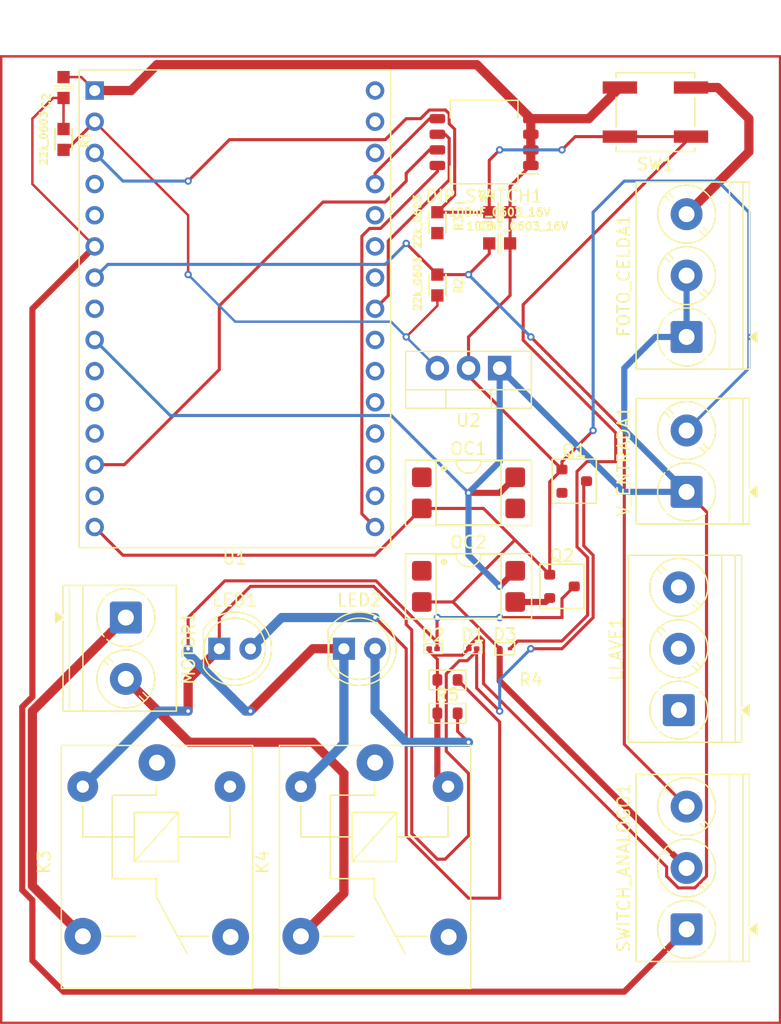
<source format=kicad_pcb>
(kicad_pcb (version 20241229) (generator "pcbnew") (generator_version "9.0")
  (layers (0 "F.Cu" signal) (2 "B.Cu" signal) (13 "F.Paste" user) (15 "B.Paste" user) (5 "F.SilkS" user "F.Silkscreen") (7 "B.SilkS" user "B.Silkscreen") (1 "F.Mask" user) (3 "B.Mask" user) (25 "Edge.Cuts" user))
  (net 0 "")
  (net 1 "GND")
  (net 2 "/BOARD/LSC")
  (net 3 "/BOARD/LSA")
  (net 4 "/BOARD/MICRO/RESET")
  (net 5 "/BOARD/12V")
  (net 6 "Net-(D1-A)")
  (net 7 "Net-(D2-A)")
  (net 8 "/BOARD/SW3")
  (net 9 "/BOARD/SW1")
  (net 10 "/BOARD/SW2")
  (net 11 "/BOARD/SW4")
  (net 12 "LINE")
  (net 14 "/BOARD/MOTOR_DERECHA")
  (net 15 "/BOARD/MOTOR_IZQUIERDA")
  (net 17 "Net-(LED1-A)")
  (net 18 "Net-(LED2-A)")
  (net 22 "/BOARD/MICRO/MOTOR_DERECHA")
  (net 23 "Net-(Q1-B)")
  (net 24 "/BOARD/MICRO/MOTOR_IZQUIERDA")
  (net 25 "Net-(Q2-B)")
  (net 26 "/BOARD/LS/5V")
  (net 27 "VDD")
  (footprint "TerminalBlock_Phoenix:TerminalBlock_Phoenix_PT-1,5-3-5.0-H_1x03_P5.00mm_Horizontal" (layer "F.Cu") (at 160.02 63.5 90)
    (property "Reference" "FOTO_CELDA1" (at 5 -5.12 90) (layer "F.SilkS"))
    (property "Value" "Screw_Terminal_01x03")
    (pad "1" thru_hole roundrect (at 0 0 90) (size 2.6 2.6) (drill 1.3) (layers "*.Cu" "*.Mask") (roundrect_rratio 0.096154) (net 5 "/BOARD/12V"))
    (pad "2" thru_hole circle (at 5 0 90) (size 2.6 2.6) (drill 1.3) (layers "*.Cu" "*.Mask") (net 5 "/BOARD/12V"))
    (pad "3" thru_hole circle (at 10 0 90) (size 2.6 2.6) (drill 1.3) (layers "*.Cu" "*.Mask") (net 1 "GND"))
  )
  (footprint "Relay_THT:Relay_SPDT_SANYOU_SRD_Series_Form_C" (layer "F.Cu") (at 116.84 98.18 -90)
    (property "Reference" "K3" (at 8.1 9.2 90) (layer "F.SilkS"))
    (property "Value" "SANYOU_SRD_Form_C")
    (pad "1" thru_hole circle (at 0 0) (size 3 3) (drill 1.3) (layers "*.Cu" "*.Mask") (net 12 "LINE"))
    (pad "2" thru_hole circle (at 1.95 6.05) (size 2.5 2.5) (drill 1) (layers "*.Cu" "*.Mask") (net 6 "Net-(D1-A)"))
    (pad "3" thru_hole circle (at 14.15 6.05) (size 3 3) (drill 1.3) (layers "*.Cu" "*.Mask") (net 14 "/BOARD/MOTOR_DERECHA"))
    (pad "4" thru_hole circle (at 14.2 -6) (size 3 3) (drill 1.3) (layers "*.Cu" "*.Mask"))
    (pad "5" thru_hole circle (at 1.95 -5.95) (size 2.5 2.5) (drill 1) (layers "*.Cu" "*.Mask") (net 5 "/BOARD/12V"))
  )
  (footprint "LED_THT:LED_D5.0mm" (layer "F.Cu") (at 132.08 88.9)
    (property "Reference" "LED2" (at 1.27 -3.96 0) (layer "F.SilkS"))
    (property "Value" "LED_0603_Red")
    (pad "1" thru_hole rect (at 0 0) (size 1.8 1.8) (drill 0.9) (layers "*.Cu" "*.Mask") (net 7 "Net-(D2-A)"))
    (pad "2" thru_hole circle (at 2.54 0) (size 1.8 1.8) (drill 0.9) (layers "*.Cu" "*.Mask") (net 18 "Net-(LED2-A)"))
  )
  (footprint "Button_Switch_SMD:SW_DIP_SPSTx04_Slide_KingTek_DSHP04TS_W7.62mm_P1.27mm" (layer "F.Cu") (at 143.51 47.625 180)
    (property "Reference" "DIP_SWITCH1" (at 0 -4.4 0) (layer "F.SilkS"))
    (property "Value" "SW_DIP_x04")
    (pad "1" smd roundrect (at -3.81 -1.905 180) (size 1.27 0.76) (layers "F.Cu" "F.Mask" "F.Paste") (net 1 "GND"))
    (pad "2" smd roundrect (at -3.81 -0.635 180) (size 1.27 0.76) (layers "F.Cu" "F.Mask" "F.Paste") (net 1 "GND"))
    (pad "3" smd roundrect (at -3.81 0.635 180) (size 1.27 0.76) (layers "F.Cu" "F.Mask" "F.Paste") (net 1 "GND"))
    (pad "4" smd roundrect (at -3.81 1.905 180) (size 1.27 0.76) (layers "F.Cu" "F.Mask" "F.Paste") (net 1 "GND"))
    (pad "5" smd roundrect (at 3.81 1.905 180) (size 1.27 0.76) (layers "F.Cu" "F.Mask" "F.Paste") (net 11 "/BOARD/SW4"))
    (pad "6" smd roundrect (at 3.81 0.635 180) (size 1.27 0.76) (layers "F.Cu" "F.Mask" "F.Paste") (net 8 "/BOARD/SW3"))
    (pad "7" smd roundrect (at 3.81 -0.635 180) (size 1.27 0.76) (layers "F.Cu" "F.Mask" "F.Paste") (net 10 "/BOARD/SW2"))
    (pad "8" smd roundrect (at 3.81 -1.905 180) (size 1.27 0.76) (layers "F.Cu" "F.Mask" "F.Paste") (net 9 "/BOARD/SW1"))
  )
  (footprint "LED_THT:LED_D5.0mm" (layer "F.Cu") (at 121.92 88.9)
    (property "Reference" "LED1" (at 1.27 -3.96 0) (layer "F.SilkS"))
    (property "Value" "LED_0603_Red")
    (pad "1" thru_hole rect (at 0 0) (size 1.8 1.8) (drill 0.9) (layers "*.Cu" "*.Mask") (net 6 "Net-(D1-A)"))
    (pad "2" thru_hole circle (at 2.54 0) (size 1.8 1.8) (drill 0.9) (layers "*.Cu" "*.Mask") (net 17 "Net-(LED1-A)"))
  )
  (footprint "TerminalBlock_Phoenix:TerminalBlock_Phoenix_PT-1,5-3-5.0-H_1x03_P5.00mm_Horizontal" (layer "F.Cu") (at 160.02 111.76 90)
    (property "Reference" "SWITCH_ANALOGO1" (at 5 -5.12 90) (layer "F.SilkS"))
    (property "Value" "Screw_Terminal_01x03")
    (pad "1" thru_hole roundrect (at 0 0 90) (size 2.6 2.6) (drill 1.3) (layers "*.Cu" "*.Mask") (roundrect_rratio 0.096154) (net 2 "/BOARD/LSC"))
    (pad "2" thru_hole circle (at 5 0 90) (size 2.6 2.6) (drill 1.3) (layers "*.Cu" "*.Mask") (net 1 "GND"))
    (pad "3" thru_hole circle (at 10 0 90) (size 2.6 2.6) (drill 1.3) (layers "*.Cu" "*.Mask") (net 3 "/BOARD/LSA"))
  )
  (footprint "PCM_Diode_SMD_AKL:D_0201_0603Metric_TVS" (layer "F.Cu") (at 139.355 88.9)
    (property "Reference" "D2" (at 0 -1.1176 0) (layer "F.SilkS"))
    (property "Value" "1N914BWS" (hide yes))
    (pad "1" smd roundrect (at -0.32 0) (size 0.46 0.4) (layers "F.Cu" "F.Mask") (net 5 "/BOARD/12V"))
    (pad "2" smd roundrect (at 0.32 0) (size 0.46 0.4) (layers "F.Cu" "F.Mask") (net 7 "Net-(D2-A)"))
  )
  (footprint "PCM_Diode_SMD_AKL:D_SOD-923_TVS" (layer "F.Cu") (at 145.2 88.9)
    (property "Reference" "D3" (at 0 -1.143 0) (layer "F.SilkS"))
    (property "Value" "ESD9B3.3" (hide yes))
    (pad "1" smd roundrect (at -0.42 0 180) (size 0.36 0.25) (layers "F.Cu" "F.Mask" "F.Paste") (net 1 "GND"))
    (pad "2" smd roundrect (at 0.42 0 180) (size 0.36 0.25) (layers "F.Cu" "F.Mask" "F.Paste") (net 4 "/BOARD/MICRO/RESET"))
  )
  (footprint "TerminalBlock_Phoenix:TerminalBlock_Phoenix_PT-1,5-3-5.0-H_1x03_P5.00mm_Horizontal" (layer "F.Cu") (at 159.3875 93.9 90)
    (property "Reference" "LLAVE1" (at 5 -5.12 90) (layer "F.SilkS"))
    (property "Value" "Screw_Terminal_01x03")
    (pad "1" thru_hole roundrect (at 0 0 90) (size 2.6 2.6) (drill 1.3) (layers "*.Cu" "*.Mask") (roundrect_rratio 0.096154))
    (pad "2" thru_hole circle (at 5 0 90) (size 2.6 2.6) (drill 1.3) (layers "*.Cu" "*.Mask"))
    (pad "3" thru_hole circle (at 10 0 90) (size 2.6 2.6) (drill 1.3) (layers "*.Cu" "*.Mask"))
  )
  (footprint "PCM_Resistor_SMD_AKL:R_0603_1608Metric" (layer "F.Cu") (at 140.525 94.16)
    (property "Reference" "R5" (at 0 -1.5 0) (layer "F.SilkS"))
    (property "Value" "2k" (hide yes))
    (pad "1" smd roundrect (at -0.825 0) (size 0.8 0.95) (layers "F.Cu" "F.Mask" "F.Paste") (net 5 "/BOARD/12V"))
    (pad "2" smd roundrect (at 0.825 0) (size 0.8 0.95) (layers "F.Cu" "F.Mask" "F.Paste") (net 18 "Net-(LED2-A)"))
  )
  (footprint "PCM_Package_TO_SOT_THT_AKL:TO-220-3_Vertical" (layer "F.Cu") (at 144.78 66.04 180)
    (property "Reference" "U2" (at 2.54 -4.27 0) (layer "F.SilkS"))
    (property "Value" "LM7805CT" (hide yes))
    (pad "1" thru_hole rect (at 0 0 180) (size 1.905 2) (drill 1.1) (layers "*.Cu" "*.Mask") (net 5 "/BOARD/12V"))
    (pad "2" thru_hole oval (at 2.54 0 180) (size 1.905 2) (drill 1.1) (layers "*.Cu" "*.Mask") (net 1 "GND"))
    (pad "3" thru_hole oval (at 5.08 0 180) (size 1.905 2) (drill 1.1) (layers "*.Cu" "*.Mask") (net 26 "/BOARD/LS/5V"))
  )
  (footprint "Relay_THT:Relay_SPDT_SANYOU_SRD_Series_Form_C" (layer "F.Cu") (at 134.62 98.18 -90)
    (property "Reference" "K4" (at 8.1 9.2 90) (layer "F.SilkS"))
    (property "Value" "SANYOU_SRD_Form_C")
    (pad "1" thru_hole circle (at 0 0) (size 3 3) (drill 1.3) (layers "*.Cu" "*.Mask") (net 12 "LINE"))
    (pad "2" thru_hole circle (at 1.95 6.05) (size 2.5 2.5) (drill 1) (layers "*.Cu" "*.Mask") (net 7 "Net-(D2-A)"))
    (pad "3" thru_hole circle (at 14.15 6.05) (size 3 3) (drill 1.3) (layers "*.Cu" "*.Mask") (net 15 "/BOARD/MOTOR_IZQUIERDA"))
    (pad "4" thru_hole circle (at 14.2 -6) (size 3 3) (drill 1.3) (layers "*.Cu" "*.Mask"))
    (pad "5" thru_hole circle (at 1.95 -5.95) (size 2.5 2.5) (drill 1) (layers "*.Cu" "*.Mask") (net 5 "/BOARD/12V"))
  )
  (footprint "PCM_4ms_Capacitor:C_0603" (layer "F.Cu") (at 144.78 53.34)
    (property "Reference" "C4" (at -1.11 -1.4 0) (layer "F.SilkS") (effects (font (size 0.65 0.65))))
    (property "Value" "100nF_0603_16V" (at 0 0 0) (layer "F.SilkS") (effects (font (size 0.65 0.65))))
    (pad "1" smd rect (at -0.85 0) (size 1 1) (layers "F.Cu" "F.Mask" "F.Paste") (net 4 "/BOARD/MICRO/RESET"))
    (pad "2" smd rect (at 0.85 0) (size 1 1) (layers "F.Cu" "F.Mask" "F.Paste") (net 1 "GND"))
  )
  (footprint "PCM_Package_DIP_AKL:DIP-4_W7.62mm_SMDSocket_SmallPads" (layer "F.Cu") (at 142.24 83.82)
    (property "Reference" "OC2" (at 0 -3.6 0) (layer "F.SilkS"))
    (property "Value" "PC817" (hide yes))
    (pad "1" smd roundrect (at -3.81 -1.27) (size 1.6 1.6) (layers "F.Cu" "F.Mask" "F.Paste") (roundrect_rratio 0.15625) (net 24 "/BOARD/MICRO/MOTOR_IZQUIERDA"))
    (pad "2" smd roundrect (at -3.81 1.27) (size 1.6 1.6) (layers "F.Cu" "F.Mask" "F.Paste") (roundrect_rratio 0.15625) (net 1 "GND"))
    (pad "3" smd roundrect (at 3.81 1.27) (size 1.6 1.6) (layers "F.Cu" "F.Mask" "F.Paste") (roundrect_rratio 0.15625) (net 25 "Net-(Q2-B)"))
    (pad "4" smd roundrect (at 3.81 -1.27) (size 1.6 1.6) (layers "F.Cu" "F.Mask" "F.Paste") (roundrect_rratio 0.15625) (net 5 "/BOARD/12V"))
  )
  (footprint "PCM_Resistor_SMD_AKL:R_0603_1608Metric" (layer "F.Cu") (at 140.525 91.44)
    (property "Reference" "R4" (at 6.795 0 0) (layer "F.SilkS"))
    (property "Value" "2k" (hide yes))
    (pad "1" smd roundrect (at -0.825 0) (size 0.8 0.95) (layers "F.Cu" "F.Mask" "F.Paste") (net 5 "/BOARD/12V"))
    (pad "2" smd roundrect (at 0.825 0) (size 0.8 0.95) (layers "F.Cu" "F.Mask" "F.Paste") (net 17 "Net-(LED1-A)"))
  )
  (footprint "PCM_Package_TO_SOT_SMD_AKL:SOT-23" (layer "F.Cu") (at 150.86 75.25)
    (property "Reference" "Q1" (at 0 -2.5 0) (layer "F.SilkS"))
    (property "Value" "2N2219" (hide yes))
    (pad "1" smd roundrect (at -1 -0.95) (size 0.9 0.8) (layers "F.Cu" "F.Mask" "F.Paste") (net 1 "GND"))
    (pad "2" smd roundrect (at -1 0.95) (size 0.9 0.8) (layers "F.Cu" "F.Mask" "F.Paste") (net 23 "Net-(Q1-B)"))
    (pad "3" smd roundrect (at 1 0) (size 0.9 0.8) (layers "F.Cu" "F.Mask" "F.Paste") (net 6 "Net-(D1-A)"))
  )
  (footprint "TerminalBlock_Phoenix:TerminalBlock_Phoenix_PT-1,5-2-5.0-H_1x02_P5.00mm_Horizontal" (layer "F.Cu") (at 114.3 86.36 -90)
    (property "Reference" "MOTOR1" (at 2.5 -5.12 90) (layer "F.SilkS"))
    (property "Value" "-")
    (pad "1" thru_hole roundrect (at 0 0 270) (size 2.6 2.6) (drill 1.3) (layers "*.Cu" "*.Mask") (roundrect_rratio 0.096154) (net 14 "/BOARD/MOTOR_DERECHA"))
    (pad "2" thru_hole circle (at 5 0 270) (size 2.6 2.6) (drill 1.3) (layers "*.Cu" "*.Mask") (net 15 "/BOARD/MOTOR_IZQUIERDA"))
  )
  (footprint "PCM_Package_DIP_AKL:DIP-4_W7.62mm_SMDSocket_SmallPads" (layer "F.Cu") (at 142.24 76.2)
    (property "Reference" "OC1" (at 0 -3.6 0) (layer "F.SilkS"))
    (property "Value" "PC817" (hide yes))
    (pad "1" smd roundrect (at -3.81 -1.27) (size 1.6 1.6) (layers "F.Cu" "F.Mask" "F.Paste") (roundrect_rratio 0.15625) (net 22 "/BOARD/MICRO/MOTOR_DERECHA"))
    (pad "2" smd roundrect (at -3.81 1.27) (size 1.6 1.6) (layers "F.Cu" "F.Mask" "F.Paste") (roundrect_rratio 0.15625) (net 1 "GND"))
    (pad "3" smd roundrect (at 3.81 1.27) (size 1.6 1.6) (layers "F.Cu" "F.Mask" "F.Paste") (roundrect_rratio 0.15625) (net 23 "Net-(Q1-B)"))
    (pad "4" smd roundrect (at 3.81 -1.27) (size 1.6 1.6) (layers "F.Cu" "F.Mask" "F.Paste") (roundrect_rratio 0.15625) (net 5 "/BOARD/12V"))
  )
  (footprint "PCM_4ms_Resistor:R_0603" (layer "F.Cu") (at 139.7 54.19 90)
    (property "Reference" "R3" (at -0.04 1.74 90) (layer "F.SilkS") (effects (font (size 0.65 0.65))))
    (property "Value" "22k_0603" (at 0.09 -1.61 90) (layer "F.SilkS") (effects (font (size 0.6 0.6))))
    (pad "1" smd rect (at -0.85 0 90) (size 1 1) (layers "F.Cu" "F.Mask" "F.Paste") (net 27 "VDD"))
    (pad "2" smd rect (at 0.85 0 90) (size 1 1) (layers "F.Cu" "F.Mask" "F.Paste") (net 4 "/BOARD/MICRO/RESET"))
  )
  (footprint "PCM_Diode_SMD_AKL:D_0201_0603Metric_TVS" (layer "F.Cu") (at 142.585 88.9)
    (property "Reference" "D1" (at 0 -1.1176 0) (layer "F.SilkS"))
    (property "Value" "1N914BWS" (hide yes))
    (pad "1" smd roundrect (at -0.32 0) (size 0.46 0.4) (layers "F.Cu" "F.Mask") (net 5 "/BOARD/12V"))
    (pad "2" smd roundrect (at 0.32 0) (size 0.46 0.4) (layers "F.Cu" "F.Mask") (net 6 "Net-(D1-A)"))
  )
  (footprint "PCM_4ms_Capacitor:C_0603" (layer "F.Cu") (at 109.22 43.18 90)
    (property "Reference" "C2" (at -1.11 -1.4 90) (layer "F.SilkS") (effects (font (size 0.65 0.65))))
    (property "Value" "100nF_0603_16V" (hide yes))
    (pad "1" smd rect (at -0.85 0 90) (size 1 1) (layers "F.Cu" "F.Mask" "F.Paste") (net 2 "/BOARD/LSC"))
    (pad "2" smd rect (at 0.85 0 90) (size 1 1) (layers "F.Cu" "F.Mask" "F.Paste") (net 1 "GND"))
  )
  (footprint "PCM_4ms_Resistor:R_0603" (layer "F.Cu") (at 139.7 59.27 90)
    (property "Reference" "R2" (at -0.04 1.74 90) (layer "F.SilkS") (effects (font (size 0.65 0.65))))
    (property "Value" "22k_0603" (at 0.09 -1.61 90) (layer "F.SilkS") (effects (font (size 0.6 0.6))))
    (pad "1" smd rect (at -0.85 0 90) (size 1 1) (layers "F.Cu" "F.Mask" "F.Paste") (net 26 "/BOARD/LS/5V"))
    (pad "2" smd rect (at 0.85 0 90) (size 1 1) (layers "F.Cu" "F.Mask" "F.Paste") (net 3 "/BOARD/LSA"))
  )
  (footprint "RF_Module:ESP32-C3-DevKitM-1" (layer "F.Cu") (at 111.76 43.425)
    (property "Reference" "U1" (at 11.43 38.1 0) (layer "F.SilkS"))
    (property "Value" "ESP32-WROOM-32D")
    (pad "1" thru_hole rect (at 0 0) (size 1.5 1.5) (drill 0.9) (layers "*.Cu" "*.Mask") (net 1 "GND"))
    (pad "2" thru_hole circle (at 0 2.54) (size 1.5 1.5) (drill 0.9) (layers "*.Cu" "*.Mask") (net 26 "/BOARD/LS/5V"))
    (pad "3" thru_hole circle (at 0 5.08) (size 1.5 1.5) (drill 0.9) (layers "*.Cu" "*.Mask") (net 4 "/BOARD/MICRO/RESET"))
    (pad "4" thru_hole circle (at 0 7.62) (size 1.5 1.5) (drill 0.9) (layers "*.Cu" "*.Mask"))
    (pad "5" thru_hole circle (at 0 10.16) (size 1.5 1.5) (drill 0.9) (layers "*.Cu" "*.Mask"))
    (pad "6" thru_hole circle (at 0 12.7) (size 1.5 1.5) (drill 0.9) (layers "*.Cu" "*.Mask") (net 2 "/BOARD/LSC"))
    (pad "7" thru_hole circle (at 0 15.24) (size 1.5 1.5) (drill 0.9) (layers "*.Cu" "*.Mask") (net 3 "/BOARD/LSA"))
    (pad "8" thru_hole circle (at 0 17.78) (size 1.5 1.5) (drill 0.9) (layers "*.Cu" "*.Mask"))
    (pad "9" thru_hole circle (at 0 20.32) (size 1.5 1.5) (drill 0.9) (layers "*.Cu" "*.Mask") (net 5 "/BOARD/12V"))
    (pad "10" thru_hole circle (at 0 22.86) (size 1.5 1.5) (drill 0.9) (layers "*.Cu" "*.Mask"))
    (pad "11" thru_hole circle (at 0 25.4) (size 1.5 1.5) (drill 0.9) (layers "*.Cu" "*.Mask"))
    (pad "12" thru_hole circle (at 0 27.94) (size 1.5 1.5) (drill 0.9) (layers "*.Cu" "*.Mask"))
    (pad "13" thru_hole circle (at 0 30.48) (size 1.5 1.5) (drill 0.9) (layers "*.Cu" "*.Mask") (net 10 "/BOARD/SW2"))
    (pad "14" thru_hole circle (at 0 33.02) (size 1.5 1.5) (drill 0.9) (layers "*.Cu" "*.Mask"))
    (pad "15" thru_hole circle (at 0 35.56) (size 1.5 1.5) (drill 0.9) (layers "*.Cu" "*.Mask") (net 1 "GND"))
    (pad "16" thru_hole circle (at 22.86 35.56) (size 1.5 1.5) (drill 0.9) (layers "*.Cu" "*.Mask") (net 9 "/BOARD/SW1"))
    (pad "17" thru_hole circle (at 22.86 33.02) (size 1.5 1.5) (drill 0.9) (layers "*.Cu" "*.Mask"))
    (pad "18" thru_hole circle (at 22.86 30.48) (size 1.5 1.5) (drill 0.9) (layers "*.Cu" "*.Mask"))
    (pad "19" thru_hole circle (at 22.86 27.94) (size 1.5 1.5) (drill 0.9) (layers "*.Cu" "*.Mask"))
    (pad "20" thru_hole circle (at 22.86 25.4) (size 1.5 1.5) (drill 0.9) (layers "*.Cu" "*.Mask"))
    (pad "21" thru_hole circle (at 22.86 22.86) (size 1.5 1.5) (drill 0.9) (layers "*.Cu" "*.Mask"))
    (pad "22" thru_hole circle (at 22.86 20.32) (size 1.5 1.5) (drill 0.9) (layers "*.Cu" "*.Mask"))
    (pad "23" thru_hole circle (at 22.86 17.78) (size 1.5 1.5) (drill 0.9) (layers "*.Cu" "*.Mask") (net 8 "/BOARD/SW3"))
    (pad "24" thru_hole circle (at 22.86 15.24) (size 1.5 1.5) (drill 0.9) (layers "*.Cu" "*.Mask") (net 24 "/BOARD/MICRO/MOTOR_IZQUIERDA"))
    (pad "25" thru_hole circle (at 22.86 12.7) (size 1.5 1.5) (drill 0.9) (layers "*.Cu" "*.Mask"))
    (pad "26" thru_hole circle (at 22.86 10.16) (size 1.5 1.5) (drill 0.9) (layers "*.Cu" "*.Mask"))
    (pad "27" thru_hole circle (at 22.86 7.62) (size 1.5 1.5) (drill 0.9) (layers "*.Cu" "*.Mask") (net 11 "/BOARD/SW4"))
    (pad "28" thru_hole circle (at 22.86 5.08) (size 1.5 1.5) (drill 0.9) (layers "*.Cu" "*.Mask"))
    (pad "29" thru_hole circle (at 22.86 2.54) (size 1.5 1.5) (drill 0.9) (layers "*.Cu" "*.Mask"))
    (pad "30" thru_hole circle (at 22.86 0) (size 1.5 1.5) (drill 0.9) (layers "*.Cu" "*.Mask"))
  )
  (footprint "PCM_4ms_Resistor:R_0603" (layer "F.Cu") (at 109.22 47.41 90)
    (property "Reference" "R1" (at -0.04 1.74 90) (layer "F.SilkS") (effects (font (size 0.65 0.65))))
    (property "Value" "22k_0603" (at 0.09 -1.61 90) (layer "F.SilkS") (effects (font (size 0.6 0.6))))
    (pad "1" smd rect (at -0.85 0 90) (size 1 1) (layers "F.Cu" "F.Mask" "F.Paste") (net 26 "/BOARD/LS/5V"))
    (pad "2" smd rect (at 0.85 0 90) (size 1 1) (layers "F.Cu" "F.Mask" "F.Paste") (net 2 "/BOARD/LSC"))
  )
  (footprint "Button_Switch_SMD:SW_Push_1P1T_NO_CK_KSC7xxJ" (layer "F.Cu") (at 157.48 45.18)
    (property "Reference" "SW1" (at 0 4.24 0) (layer "F.SilkS"))
    (property "Value" "SW_Push")
    (pad "1" smd rect (at -2.9 -2) (size 2.8 1) (layers "F.Cu" "F.Mask" "F.Paste") (net 1 "GND"))
    (pad "1" smd rect (at 2.9 -2) (size 2.8 1) (layers "F.Cu" "F.Mask" "F.Paste") (net 1 "GND"))
    (pad "2" smd rect (at -2.9 2) (size 2.8 1) (layers "F.Cu" "F.Mask" "F.Paste") (net 4 "/BOARD/MICRO/RESET"))
    (pad "2" smd rect (at 2.9 2) (size 2.8 1) (layers "F.Cu" "F.Mask" "F.Paste") (net 4 "/BOARD/MICRO/RESET"))
  )
  (footprint "TerminalBlock_Phoenix:TerminalBlock_Phoenix_PT-1,5-2-5.0-H_1x02_P5.00mm_Horizontal" (layer "F.Cu") (at 160.02 76.12 90)
    (property "Reference" "V_ENTRADA1" (at 2.5 -5.12 90) (layer "F.SilkS"))
    (property "Value" "12V")
    (pad "1" thru_hole roundrect (at 0 0 90) (size 2.6 2.6) (drill 1.3) (layers "*.Cu" "*.Mask") (roundrect_rratio 0.096154) (net 5 "/BOARD/12V"))
    (pad "2" thru_hole circle (at 5 0 90) (size 2.6 2.6) (drill 1.3) (layers "*.Cu" "*.Mask") (net 1 "GND"))
  )
  (footprint "PCM_Package_TO_SOT_SMD_AKL:SOT-23" (layer "F.Cu") (at 149.86 83.82)
    (property "Reference" "Q2" (at 0 -2.5 0) (layer "F.SilkS"))
    (property "Value" "2N2219" (hide yes))
    (pad "1" smd roundrect (at -1 -0.95) (size 0.9 0.8) (layers "F.Cu" "F.Mask" "F.Paste") (net 1 "GND"))
    (pad "2" smd roundrect (at -1 0.95) (size 0.9 0.8) (layers "F.Cu" "F.Mask" "F.Paste") (net 25 "Net-(Q2-B)"))
    (pad "3" smd roundrect (at 1 0) (size 0.9 0.8) (layers "F.Cu" "F.Mask" "F.Paste") (net 7 "Net-(D2-A)"))
  )
  (footprint "PCM_4ms_Capacitor:C_0603" (layer "F.Cu") (at 144.78 55.88)
    (property "Reference" "C3" (at -1.11 -1.4 0) (layer "F.SilkS") (effects (font (size 0.65 0.65))))
    (property "Value" "100nF_0603_16V" (at 1.44 -1.4 0) (layer "F.SilkS") (effects (font (size 0.65 0.65))))
    (pad "1" smd rect (at -0.85 0) (size 1 1) (layers "F.Cu" "F.Mask" "F.Paste") (net 3 "/BOARD/LSA"))
    (pad "2" smd rect (at 0.85 0) (size 1 1) (layers "F.Cu" "F.Mask" "F.Paste") (net 1 "GND"))
  )
  (gr_rect (start 104.14 40.64) (end 167.64 119.38) (stroke (width 0.2)) (fill no) (layer "F.Cu") (net 14))
  (segment (start 147.32 48.26) (end 147.32 49.53) (width 0.75) (layer "F.Cu") (net 1))
  (segment (start 142.24 66.04) (end 142.24 66.68) (width 0.25) (layer "F.Cu") (net 1))
  (segment (start 149.86 73.66) (end 149.86 74.3) (width 0.25) (layer "F.Cu") (net 1))
  (segment (start 147.32 46.99) (end 147.32 48.26) (width 0.75) (layer "F.Cu") (net 1))
  (segment (start 140.97 85.09) (end 142.24 86.36) (width 0.25) (layer "F.Cu") (net 1))
  (segment (start 144.78 91.52) (end 144.78 88.9) (width 0.5) (layer "F.Cu") (net 1))
  (segment (start 109.22 42.33) (end 110.665 42.33) (width 0.2) (layer "F.Cu") (net 1))
  (segment (start 160.02 106.76) (end 144.78 91.52) (width 0.5) (layer "F.Cu") (net 1))
  (segment (start 162.56 43.18) (end 165.1 45.72) (width 0.75) (layer "F.Cu") (net 1))
  (segment (start 146.025 80.035) (end 143.46 77.47) (width 0.25) (layer "F.Cu") (net 1))
  (segment (start 152.04 45.72) (end 154.58 43.18) (width 0.75) (layer "F.Cu") (net 1))
  (segment (start 140.97 85.09) (end 146.025 80.035) (width 0.25) (layer "F.Cu") (net 1))
  (segment (start 148.86 82.87) (end 146.025 80.035) (width 0.25) (layer "F.Cu") (net 1))
  (segment (start 147.32 45.72) (end 147.32 46.99) (width 0.75) (layer "F.Cu") (net 1))
  (segment (start 148.86 75.3) (end 148.86 82.87) (width 0.25) (layer "F.Cu") (net 1))
  (segment (start 142.916 41.316) (end 116.84 41.316) (width 0.75) (layer "F.Cu") (net 1))
  (segment (start 165.1 45.72) (end 165.1 48.42) (width 0.75) (layer "F.Cu") (net 1))
  (segment (start 142.24 86.36) (end 144.78 88.9) (width 0.25) (layer "F.Cu") (net 1))
  (segment (start 145.63 55.88) (end 145.63 60.11) (width 0.25) (layer "F.Cu") (net 1))
  (segment (start 143.46 77.47) (end 138.43 77.47) (width 0.25) (layer "F.Cu") (net 1))
  (segment (start 134.62 81.28) (end 114.055 81.28) (width 0.25) (layer "F.Cu") (net 1))
  (segment (start 145.63 53.34) (end 145.63 51.22) (width 0.25) (layer "F.Cu") (net 1))
  (segment (start 116.84 41.316) (end 114.731 43.425) (width 0.75) (layer "F.Cu") (net 1))
  (segment (start 138.43 85.09) (end 140.97 85.09) (width 0.25) (layer "F.Cu") (net 1))
  (segment (start 138.43 77.47) (end 134.62 81.28) (width 0.25) (layer "F.Cu") (net 1))
  (segment (start 160.38 43.18) (end 162.56 43.18) (width 0.75) (layer "F.Cu") (net 1))
  (segment (start 147.32 45.72) (end 142.916 41.316) (width 0.75) (layer "F.Cu") (net 1))
  (segment (start 110.665 42.33) (end 111.76 43.425) (width 0.2) (layer "F.Cu") (net 1))
  (segment (start 149.86 74.3) (end 148.86 75.3) (width 0.25) (layer "F.Cu") (net 1))
  (segment (start 114.731 43.425) (end 111.76 43.425) (width 0.75) (layer "F.Cu") (net 1))
  (segment (start 145.63 51.22) (end 147.32 49.53) (width 0.25) (layer "F.Cu") (net 1))
  (segment (start 142.24 66.68) (end 149.86 74.3) (width 0.25) (layer "F.Cu") (net 1))
  (segment (start 152.4 71.12) (end 149.86 73.66) (width 0.25) (layer "F.Cu") (net 1))
  (segment (start 114.055 81.28) (end 111.76 78.985) (width 0.25) (layer "F.Cu") (net 1))
  (segment (start 147.32 45.72) (end 152.04 45.72) (width 0.75) (layer "F.Cu") (net 1))
  (segment (start 145.63 55.88) (end 145.63 53.34) (width 0.25) (layer "F.Cu") (net 1))
  (segment (start 145.63 60.11) (end 142.24 63.5) (width 0.25) (layer "F.Cu") (net 1))
  (segment (start 142.24 63.5) (end 142.24 66.04) (width 0.25) (layer "F.Cu") (net 1))
  (segment (start 165.1 48.42) (end 160.02 53.5) (width 0.75) (layer "F.Cu") (net 1))
  (via (at 152.4 71.12) (size 0.6) (drill 0.3) (layers "F.Cu" "B.Cu") (net 1))
  (segment (start 160.02 71.12) (end 165.1 66.04) (width 0.25) (layer "B.Cu") (net 1))
  (segment (start 152.4 53.34) (end 152.4 71.12) (width 0.25) (layer "B.Cu") (net 1))
  (segment (start 165.1 66.04) (end 165.1 53.34) (width 0.25) (layer "B.Cu") (net 1))
  (segment (start 154.94 50.8) (end 152.4 53.34) (width 0.25) (layer "B.Cu") (net 1))
  (segment (start 165.1 53.34) (end 162.56 50.8) (width 0.25) (layer "B.Cu") (net 1))
  (segment (start 162.56 50.8) (end 154.94 50.8) (width 0.25) (layer "B.Cu") (net 1))
  (segment (start 154.94 116.84) (end 109.22 116.84) (width 0.5) (layer "F.Cu") (net 2))
  (segment (start 106.68 114.3) (end 106.68 109.38814) (width 0.5) (layer "F.Cu") (net 2))
  (segment (start 111.76 56.125) (end 106.68 51.045) (width 0.2) (layer "F.Cu") (net 2))
  (segment (start 105.854 93.63786) (end 106.68 92.81186) (width 0.5) (layer "F.Cu") (net 2))
  (segment (start 106.68 61.205) (end 111.76 56.125) (width 0.5) (layer "F.Cu") (net 2))
  (segment (start 108.37 44.03) (end 109.22 44.03) (width 0.2) (layer "F.Cu") (net 2))
  (segment (start 106.68 45.72) (end 108.37 44.03) (width 0.2) (layer "F.Cu") (net 2))
  (segment (start 109.22 46.56) (end 109.22 44.03) (width 0.2) (layer "F.Cu") (net 2))
  (segment (start 106.68 109.38814) (end 105.854 108.56214) (width 0.5) (layer "F.Cu") (net 2))
  (segment (start 105.854 108.56214) (end 105.854 93.63786) (width 0.5) (layer "F.Cu") (net 2))
  (segment (start 109.22 116.84) (end 106.68 114.3) (width 0.5) (layer "F.Cu") (net 2))
  (segment (start 160.02 111.76) (end 154.94 116.84) (width 0.5) (layer "F.Cu") (net 2))
  (segment (start 106.68 51.045) (end 106.68 45.72) (width 0.2) (layer "F.Cu") (net 2))
  (segment (start 106.68 92.81186) (end 106.68 61.205) (width 0.5) (layer "F.Cu") (net 2))
  (segment (start 139.7 58.42) (end 137.16 55.88) (width 0.25) (layer "F.Cu") (net 3))
  (segment (start 154.94 71.12) (end 147.32 63.5) (width 0.25) (layer "F.Cu") (net 3))
  (segment (start 154.94 96.68) (end 154.94 73.66) (width 0.25) (layer "F.Cu") (net 3))
  (segment (start 160.02 101.76) (end 154.94 96.68) (width 0.25) (layer "F.Cu") (net 3))
  (segment (start 139.7 58.42) (end 142.24 58.42) (width 0.25) (layer "F.Cu") (net 3))
  (segment (start 143.93 56.73) (end 142.24 58.42) (width 0.25) (layer "F.Cu") (net 3))
  (segment (start 143.93 55.88) (end 143.93 56.73) (width 0.25) (layer "F.Cu") (net 3))
  (segment (start 154.94 73.66) (end 154.94 71.12) (width 0.25) (layer "F.Cu") (net 3))
  (via (at 137.16 55.88) (size 0.6) (drill 0.3) (layers "F.Cu" "B.Cu") (net 3))
  (via (at 147.32 63.5) (size 0.6) (drill 0.3) (layers "F.Cu" "B.Cu") (net 3))
  (via (at 142.24 58.42) (size 0.6) (drill 0.3) (layers "F.Cu" "B.Cu") (net 3))
  (segment (start 112.836 57.589) (end 135.451 57.589) (width 0.25) (layer "B.Cu") (net 3))
  (segment (start 142.24 58.42) (end 147.32 63.5) (width 0.25) (layer "B.Cu") (net 3))
  (segment (start 135.451 57.589) (end 137.16 55.88) (width 0.25) (layer "B.Cu") (net 3))
  (segment (start 111.76 58.665) (end 112.836 57.589) (width 0.25) (layer "B.Cu") (net 3))
  (segment (start 146.246 88.274) (end 149.84819 88.274) (width 0.25) (layer "F.Cu") (net 4))
  (segment (start 151.949 81.46681) (end 151.084 80.60181) (width 0.25) (layer "F.Cu") (net 4))
  (segment (start 140.363998 45.014) (end 140.661 45.311002) (width 0.25) (layer "F.Cu") (net 4))
  (segment (start 138.330002 45.72) (end 139.036002 45.014) (width 0.25) (layer "F.Cu") (net 4))
  (segment (start 149.84819 88.274) (end 151.949 86.17319) (width 0.25) (layer "F.Cu") (net 4))
  (segment (start 154.241512 71.30681) (end 146.694 63.759298) (width 0.25) (layer "F.Cu") (net 4))
  (segment (start 135.451 47.429) (end 137.16 45.72) (width 0.25) (layer "F.Cu") (net 4))
  (segment (start 140.661 46.128998) (end 141.112 46.579998) (width 0.25) (layer "F.Cu") (net 4))
  (segment (start 151.084 74.464322) (end 151.888322 73.66) (width 0.25) (layer "F.Cu") (net 4))
  (segment (start 143.93 49.11) (end 144.78 48.26) (width 0.25) (layer "F.Cu") (net 4))
  (segment (start 151.949 86.17319) (end 151.949 81.46681) (width 0.25) (layer "F.Cu") (net 4))
  (segment (start 139.7 53.34) (end 143.93 53.34) (width 0.25) (layer "F.Cu") (net 4))
  (segment (start 145.62 88.9) (end 146.246 88.274) (width 0.25) (layer "F.Cu") (net 4))
  (segment (start 154.58 47.18) (end 160.38 47.18) (width 0.25) (layer "F.Cu") (net 4))
  (segment (start 141.112 46.579998) (end 141.112 51.928) (width 0.25) (layer "F.Cu") (net 4))
  (segment (start 150.94 47.18) (end 149.86 48.26) (width 0.25) (layer "F.Cu") (net 4))
  (segment (start 154.241512 73.66) (end 154.241512 71.30681) (width 0.25) (layer "F.Cu") (net 4))
  (segment (start 122.751 47.429) (end 135.451 47.429) (width 0.25) (layer "F.Cu") (net 4))
  (segment (start 143.93 53.34) (end 143.93 49.11) (width 0.25) (layer "F.Cu") (net 4))
  (segment (start 119.38 50.8) (end 122.751 47.429) (width 0.25) (layer "F.Cu") (net 4))
  (segment (start 150.94 47.18) (end 154.58 47.18) (width 0.25) (layer "F.Cu") (net 4))
  (segment (start 137.16 45.72) (end 138.330002 45.72) (width 0.25) (layer "F.Cu") (net 4))
  (segment (start 146.694 60.866) (end 160.38 47.18) (width 0.25) (layer "F.Cu") (net 4))
  (segment (start 151.084 80.60181) (end 151.084 74.464322) (width 0.25) (layer "F.Cu") (net 4))
  (segment (start 151.888322 73.66) (end 154.241512 73.66) (width 0.25) (layer "F.Cu") (net 4))
  (segment (start 141.112 51.928) (end 139.7 53.34) (width 0.25) (layer "F.Cu") (net 4))
  (segment (start 140.661 45.311002) (end 140.661 46.128998) (width 0.25) (layer "F.Cu") (net 4))
  (segment (start 146.694 63.759298) (end 146.694 60.866) (width 0.25) (layer "F.Cu") (net 4))
  (segment (start 139.036002 45.014) (end 140.363998 45.014) (width 0.25) (layer "F.Cu") (net 4))
  (via (at 144.78 48.26) (size 0.6) (drill 0.3) (layers "F.Cu" "B.Cu") (net 4))
  (via (at 119.38 50.8) (size 0.6) (drill 0.3) (layers "F.Cu" "B.Cu") (net 4))
  (via (at 149.86 48.26) (size 0.6) (drill 0.3) (layers "F.Cu" "B.Cu") (net 4))
  (segment (start 149.86 48.26) (end 144.78 48.26) (width 0.25) (layer "B.Cu") (net 4))
  (segment (start 111.76 48.505) (end 114.055 50.8) (width 0.25) (layer "B.Cu") (net 4))
  (segment (start 114.055 50.8) (end 119.38 50.8) (width 0.25) (layer "B.Cu") (net 4))
  (segment (start 143.461 88.21881) (end 143.461 91.746998) (width 0.25) (layer "F.Cu") (net 5))
  (segment (start 159.346488 108.386) (end 160.693512 108.386) (width 0.25) (layer "F.Cu") (net 5))
  (segment (start 142.24 76.2) (end 144.78 76.2) (width 0.5) (layer "F.Cu") (net 5))
  (segment (start 142.265 88.700001) (end 143.016096 87.948905) (width 0.25) (layer "F.Cu") (net 5))
  (segment (start 144.78 83.82) (end 146.05 82.55) (width 0.5) (layer "F.Cu") (net 5))
  (segment (start 143.461 91.746998) (end 158.394 106.679998) (width 0.25) (layer "F.Cu") (net 5))
  (segment (start 160.693512 108.386) (end 161.646 107.433512) (width 0.25) (layer "F.Cu") (net 5))
  (segment (start 139.7 93.98) (end 139.7 94.16) (width 0.25) (layer "F.Cu") (net 5))
  (segment (start 139.7 99.26) (end 139.7 93.98) (width 0.5) (layer "F.Cu") (net 5))
  (segment (start 139.7 91.44) (end 139.7 93.98) (width 0.25) (layer "F.Cu") (net 5))
  (segment (start 144.78 76.2) (end 146.05 74.93) (width 0.5) (layer "F.Cu") (net 5))
  (segment (start 139.361001 89.426) (end 139.7 89.764999) (width 0.25) (layer "F.Cu") (net 5))
  (segment (start 143.191095 87.948905) (end 143.461 88.21881) (width 0.25) (layer "F.Cu") (net 5))
  (segment (start 142.265 88.9) (end 142.265 88.700001) (width 0.25) (layer "F.Cu") (net 5))
  (segment (start 141.739 89.426) (end 139.361001 89.426) (width 0.25) (layer "F.Cu") (net 5))
  (segment (start 161.646 107.433512) (end 161.646 77.746) (width 0.25) (layer "F.Cu") (net 5))
  (segment (start 139.035 89.099999) (end 139.035 88.9) (width 0.25) (layer "F.Cu") (net 5))
  (segment (start 139.7 89.764999) (end 139.7 91.44) (width 0.25) (layer "F.Cu") (net 5))
  (segment (start 158.394 106.679998) (end 158.394 107.433512) (width 0.25) (layer "F.Cu") (net 5))
  (segment (start 139.361001 89.426) (end 139.035 89.099999) (width 0.25) (layer "F.Cu") (net 5))
  (segment (start 161.646 77.746) (end 160.02 76.12) (width 0.25) (layer "F.Cu") (net 5))
  (segment (start 143.016096 87.948905) (end 143.191095 87.948905) (width 0.25) (layer "F.Cu") (net 5))
  (segment (start 142.265 88.9) (end 141.739 89.426) (width 0.25) (layer "F.Cu") (net 5))
  (segment (start 158.394 107.433512) (end 159.346488 108.386) (width 0.25) (layer "F.Cu") (net 5))
  (segment (start 140.57 100.13) (end 139.7 99.26) (width 0.5) (layer "F.Cu") (net 5))
  (via (at 142.24 76.2) (size 0.6) (drill 0.3) (layers "F.Cu" "B.Cu") (net 5))
  (via (at 144.78 83.82) (size 0.6) (drill 0.3) (layers "F.Cu" "B.Cu") (net 5))
  (segment (start 160.02 76.12) (end 154.86 76.12) (width 0.5) (layer "B.Cu") (net 5))
  (segment (start 160.02 58.5) (end 160.02 63.5) (width 0.5) (layer "B.Cu") (net 5))
  (segment (start 154.94 71.04) (end 158.79 74.89) (width 0.5) (layer "B.Cu") (net 5))
  (segment (start 142.24 76.2) (end 142.24 81.28) (width 0.5) (layer "B.Cu") (net 5))
  (segment (start 135.941 69.901) (end 142.24 76.2) (width 0.25) (layer "B.Cu") (net 5))
  (segment (start 142.24 81.28) (end 144.78 83.82) (width 0.5) (layer "B.Cu") (net 5))
  (segment (start 154.94 66.04) (end 154.94 71.04) (width 0.5) (layer "B.Cu") (net 5))
  (segment (start 117.916 69.901) (end 135.941 69.901) (width 0.25) (layer "B.Cu") (net 5))
  (segment (start 160.02 63.5) (end 157.48 63.5) (width 0.5) (layer "B.Cu") (net 5))
  (segment (start 144.78 73.66) (end 142.24 76.2) (width 0.5) (layer "B.Cu") (net 5))
  (segment (start 111.76 63.745) (end 117.916 69.901) (width 0.25) (layer "B.Cu") (net 5))
  (segment (start 154.86 76.12) (end 144.78 66.04) (width 0.5) (layer "B.Cu") (net 5))
  (segment (start 157.48 63.5) (end 154.94 66.04) (width 0.5) (layer "B.Cu") (net 5))
  (segment (start 158.79 74.89) (end 160.02 76.12) (width 0.5) (layer "B.Cu") (net 5))
  (segment (start 144.78 66.04) (end 144.78 73.66) (width 0.5) (layer "B.Cu") (net 5))
  (segment (start 137.611 103.95319) (end 137.611 87.372828) (width 0.25) (layer "F.Cu") (net 6))
  (segment (start 151.86 75.25) (end 151.636 75.474) (width 0.25) (layer "F.Cu") (net 6))
  (segment (start 142.24 104.14) (end 140.33781 106.04219) (width 0.25) (layer "F.Cu") (net 6))
  (segment (start 124.46 83.82) (end 121.92 86.36) (width 0.25) (layer "F.Cu") (net 6))
  (segment (start 149.86 88.9) (end 147.32 88.9) (width 0.25) (layer "F.Cu") (net 6))
  (segment (start 139.7 106.04219) (end 137.611 103.95319) (width 0.25) (layer "F.Cu") (net 6))
  (segment (start 142.905 88.9) (end 142.905 92.105) (width 0.25) (layer "F.Cu") (net 6))
  (segment (start 134.509172 83.82) (end 124.46 83.82) (width 0.25) (layer "F.Cu") (net 6))
  (segment (start 152.4 86.36) (end 149.86 88.9) (width 0.25) (layer "F.Cu") (net 6))
  (segment (start 121.92 86.36) (end 121.92 88.9) (width 0.25) (layer "F.Cu") (net 6))
  (segment (start 140.33781 106.04219) (end 139.7 106.04219) (width 0.25) (layer "F.Cu") (net 6))
  (segment (start 142.905 92.105) (end 144.78 93.98) (width 0.25) (layer "F.Cu") (net 6))
  (segment (start 137.611 87.372828) (end 137.16 86.921828) (width 0.25) (layer "F.Cu") (net 6))
  (segment (start 119.38 91.44) (end 119.38 93.98) (width 0.75) (layer "F.Cu") (net 6))
  (segment (start 142.905 88.9) (end 142.905 89.099999) (width 0.25) (layer "F.Cu") (net 6))
  (segment (start 141.490582 89.877) (end 140.426 90.941582) (width 0.25) (layer "F.Cu") (net 6))
  (segment (start 151.636 75.474) (end 151.636 80.516) (width 0.25) (layer "F.Cu") (net 6))
  (segment (start 142.127999 89.877) (end 141.490582 89.877) (width 0.25) (layer "F.Cu") (net 6))
  (segment (start 151.636 80.516) (end 152.4 81.28) (width 0.25) (layer "F.Cu") (net 6))
  (segment (start 121.92 88.9) (end 119.38 91.44) (width 0.75) (layer "F.Cu") (net 6))
  (segment (start 140.426 97.246) (end 142.24 99.06) (width 0.25) (layer "F.Cu") (net 6))
  (segment (start 142.24 99.06) (end 142.24 104.14) (width 0.25) (layer "F.Cu") (net 6))
  (segment (start 152.4 81.28) (end 152.4 86.36) (width 0.25) (layer "F.Cu") (net 6))
  (segment (start 137.16 86.470828) (end 134.509172 83.82) (width 0.25) (layer "F.Cu") (net 6))
  (segment (start 142.905 89.099999) (end 142.127999 89.877) (width 0.25) (layer "F.Cu") (net 6))
  (segment (start 137.16 86.921828) (end 137.16 86.470828) (width 0.25) (layer "F.Cu") (net 6))
  (segment (start 140.426 90.941582) (end 140.426 97.246) (width 0.25) (layer "F.Cu") (net 6))
  (via (at 119.38 93.98) (size 0.6) (drill 0.3) (layers "F.Cu" "B.Cu") (net 6))
  (via (at 147.32 88.9) (size 0.6) (drill 0.3) (layers "F.Cu" "B.Cu") (net 6))
  (via (at 144.78 93.98) (size 0.6) (drill 0.3) (layers "F.Cu" "B.Cu") (net 6))
  (segment (start 116.94 93.98) (end 119.38 93.98) (width 0.75) (layer "B.Cu") (net 6))
  (segment (start 147.32 88.9) (end 144.78 91.44) (width 0.25) (layer "B.Cu") (net 6))
  (segment (start 144.78 91.44) (end 144.78 93.98) (width 0.25) (layer "B.Cu") (net 6))
  (segment (start 110.79 100.13) (end 116.94 93.98) (width 0.75) (layer "B.Cu") (net 6))
  (segment (start 121.92 88.9) (end 121.92 89) (width 0.75) (layer "B.Cu") (net 6))
  (segment (start 149.86 86.36) (end 144.78 86.36) (width 0.25) (layer "F.Cu") (net 7))
  (segment (start 122.371 83.369) (end 119.38 86.36) (width 0.25) (layer "F.Cu") (net 7))
  (segment (start 119.38 86.36) (end 119.38 88.9) (width 0.25) (layer "F.Cu") (net 7))
  (segment (start 134.695982 83.369) (end 122.371 83.369) (width 0.25) (layer "F.Cu") (net 7))
  (segment (start 129.54 88.9) (end 124.46 93.98) (width 0.75) (layer "F.Cu") (net 7))
  (segment (start 149.86 84.82) (end 149.86 86.36) (width 0.25) (layer "F.Cu") (net 7))
  (segment (start 150.86 83.82) (end 149.86 84.82) (width 0.25) (layer "F.Cu") (net 7))
  (segment (start 139.675 88.348018) (end 134.695982 83.369) (width 0.25) (layer "F.Cu") (net 7))
  (segment (start 139.675 86.385) (end 139.7 86.36) (width 0.25) (layer "F.Cu") (net 7))
  (segment (start 139.675 88.348018) (end 139.675 86.385) (width 0.25) (layer "F.Cu") (net 7))
  (segment (start 139.675 88.9) (end 139.675 88.348018) (width 0.25) (layer "F.Cu") (net 7))
  (segment (start 132.08 88.9) (end 129.54 88.9) (width 0.75) (layer "F.Cu") (net 7))
  (via (at 144.78 86.36) (size 0.6) (drill 0.3) (layers "F.Cu" "B.Cu") (net 7))
  (via (at 139.7 86.36) (size 0.6) (drill 0.3) (layers "F.Cu" "B.Cu") (net 7))
  (via (at 124.46 93.98) (size 0.6) (drill 0.3) (layers "F.Cu" "B.Cu") (net 7))
  (via (at 119.38 88.9) (size 0.6) (drill 0.3) (layers "F.Cu" "B.Cu") (net 7))
  (segment (start 132.08 96.62) (end 128.57 100.13) (width 0.75) (layer "B.Cu") (net 7))
  (segment (start 124.048 93.98) (end 119.38 89.312) (width 0.75) (layer "B.Cu") (net 7))
  (segment (start 124.46 93.98) (end 124.048 93.98) (width 0.75) (layer "B.Cu") (net 7))
  (segment (start 132.08 88.9) (end 132.08 96.62) (width 0.75) (layer "B.Cu") (net 7))
  (segment (start 119.38 89.312) (end 119.38 88.9) (width 0.75) (layer "B.Cu") (net 7))
  (segment (start 139.7 86.36) (end 144.78 86.36) (width 0.25) (layer "B.Cu") (net 7))
  (segment (start 135.696 55.679306) (end 135.696 60.129) (width 0.25) (layer "F.Cu") (net 8))
  (segment (start 140.661 47.316) (end 140.661 50.714306) (width 0.25) (layer "F.Cu") (net 8))
  (segment (start 135.696 60.129) (end 134.62 61.205) (width 0.25) (layer "F.Cu") (net 8))
  (segment (start 140.335 46.99) (end 140.661 47.316) (width 0.25) (layer "F.Cu") (net 8))
  (segment (start 139.7 46.99) (end 140.335 46.99) (width 0.25) (layer "F.Cu") (net 8))
  (segment (start 140.661 50.714306) (end 135.696 55.679306) (width 0.25) (layer "F.Cu") (net 8))
  (segment (start 134.174306 54.661) (end 133.544 55.291306) (width 0.25) (layer "F.Cu") (net 9))
  (segment (start 133.544 77.909) (end 134.62 78.985) (width 0.25) (layer "F.Cu") (net 9))
  (segment (start 135.065694 54.661) (end 134.174306 54.661) (width 0.25) (layer "F.Cu") (net 9))
  (segment (start 139.7 49.53) (end 139.7 50.026694) (width 0.25) (layer "F.Cu") (net 9))
  (segment (start 139.7 50.026694) (end 135.065694 54.661) (width 0.25) (layer "F.Cu") (net 9))
  (segment (start 133.544 55.291306) (end 133.544 77.909) (width 0.25) (layer "F.Cu") (net 9))
  (segment (start 137.16 50.165) (end 139.065 48.26) (width 0.25) (layer "F.Cu") (net 10))
  (segment (start 137.16 50.8) (end 137.16 50.165) (width 0.25) (layer "F.Cu") (net 10))
  (segment (start 121.92 66.1625) (end 121.92 60.96) (width 0.25) (layer "F.Cu") (net 10))
  (segment (start 130.371 52.509) (end 135.451 52.509) (width 0.25) (layer "F.Cu") (net 10))
  (segment (start 121.92 60.96) (end 130.371 52.509) (width 0.25) (layer "F.Cu") (net 10))
  (segment (start 111.76 73.905) (end 114.1775 73.905) (width 0.25) (layer "F.Cu") (net 10))
  (segment (start 135.451 52.509) (end 137.16 50.8) (width 0.25) (layer "F.Cu") (net 10))
  (segment (start 139.065 48.26) (end 139.7 48.26) (width 0.25) (layer "F.Cu") (net 10))
  (segment (start 114.1775 73.905) (end 121.92 66.1625) (width 0.25) (layer "F.Cu") (net 10))
  (segment (start 134.62 50.165) (end 134.62 51.045) (width 0.25) (layer "F.Cu") (net 11))
  (segment (start 139.7 45.72) (end 139.065 45.72) (width 0.25) (layer "F.Cu") (net 11))
  (segment (start 139.065 45.72) (end 134.62 50.165) (width 0.25) (layer "F.Cu") (net 11))
  (segment (start 106.68 93.98) (end 106.68 108.22) (width 0.75) (layer "F.Cu") (net 14))
  (segment (start 106.68 108.22) (end 110.79 112.33) (width 0.75) (layer "F.Cu") (net 14))
  (segment (start 114.3 86.36) (end 106.68 93.98) (width 0.75) (layer "F.Cu") (net 14))
  (segment (start 114.3 91.36) (end 119.46 96.52) (width 0.75) (layer "F.Cu") (net 15))
  (segment (start 132.08 99.06) (end 132.08 108.82) (width 0.75) (layer "F.Cu") (net 15))
  (segment (start 119.46 96.52) (end 129.54 96.52) (width 0.75) (layer "F.Cu") (net 15))
  (segment (start 132.08 108.82) (end 128.57 112.33) (width 0.75) (layer "F.Cu") (net 15))
  (segment (start 129.54 96.52) (end 132.08 99.06) (width 0.75) (layer "F.Cu") (net 15))
  (segment (start 141.35 91.44) (end 144.78 94.87) (width 0.25) (layer "F.Cu") (net 17))
  (segment (start 144.78 94.87) (end 144.78 109.22) (width 0.25) (layer "F.Cu") (net 17))
  (segment (start 137.16 88.9) (end 134.62 86.36) (width 0.25) (layer "F.Cu") (net 17))
  (segment (start 142.24 109.22) (end 144.78 109.22) (width 0.25) (layer "F.Cu") (net 17))
  (segment (start 137.16 104.14) (end 137.16 88.9) (width 0.25) (layer "F.Cu") (net 17))
  (segment (start 137.16 104.14) (end 142.24 109.22) (width 0.25) (layer "F.Cu") (net 17))
  (via (at 134.62 86.36) (size 0.6) (drill 0.3) (layers "F.Cu" "B.Cu") (net 17))
  (segment (start 124.46 88.9) (end 127 86.36) (width 0.75) (layer "B.Cu") (net 17))
  (segment (start 127 86.36) (end 134.62 86.36) (width 0.75) (layer "B.Cu") (net 17))
  (segment (start 141.35 94.16) (end 141.35 95.63) (width 0.25) (layer "F.Cu") (net 18))
  (segment (start 141.35 95.63) (end 142.24 96.52) (width 0.25) (layer "F.Cu") (net 18))
  (via (at 142.24 96.52) (size 0.6) (drill 0.3) (layers "F.Cu" "B.Cu") (net 18))
  (segment (start 134.62 93.98) (end 137.16 96.52) (width 0.75) (layer "B.Cu") (net 18))
  (segment (start 137.16 96.52) (end 142.24 96.52) (width 0.75) (layer "B.Cu") (net 18))
  (segment (start 134.62 88.9) (end 134.62 93.98) (width 0.75) (layer "B.Cu") (net 18))
  (segment (start 148.54 85.09) (end 148.86 84.77) (width 0.5) (layer "F.Cu") (net 25))
  (segment (start 146.05 85.09) (end 148.54 85.09) (width 0.5) (layer "F.Cu") (net 25))
  (segment (start 111.76 45.965) (end 119.38 53.585) (width 0.2) (layer "F.Cu") (net 26))
  (segment (start 111.515 45.72) (end 111.76 45.965) (width 0.2) (layer "F.Cu") (net 26))
  (segment (start 119.38 53.585) (end 119.38 58.42) (width 0.2) (layer "F.Cu") (net 26))
  (segment (start 139.7 60.96) (end 139.7 60.12) (width 0.2) (layer "F.Cu") (net 26))
  (segment (start 109.22 48.26) (end 109.465 48.26) (width 0.25) (layer "F.Cu") (net 26))
  (segment (start 109.465 48.26) (end 111.76 45.965) (width 0.25) (layer "F.Cu") (net 26))
  (segment (start 137.16 63.5) (end 139.7 60.96) (width 0.2) (layer "F.Cu") (net 26))
  (via (at 119.38 58.42) (size 0.6) (drill 0.3) (layers "F.Cu" "B.Cu") (net 26))
  (via (at 137.16 63.5) (size 0.6) (drill 0.3) (layers "F.Cu" "B.Cu") (net 26))
  (segment (start 135.916 62.256) (end 137.16 63.5) (width 0.2) (layer "B.Cu") (net 26))
  (segment (start 119.38 58.42) (end 123.216 62.256) (width 0.2) (layer "B.Cu") (net 26))
  (segment (start 137.16 63.5) (end 139.7 66.04) (width 0.2) (layer "B.Cu") (net 26))
  (segment (start 123.216 62.256) (end 135.916 62.256) (width 0.2) (layer "B.Cu") (net 26))
)
</source>
